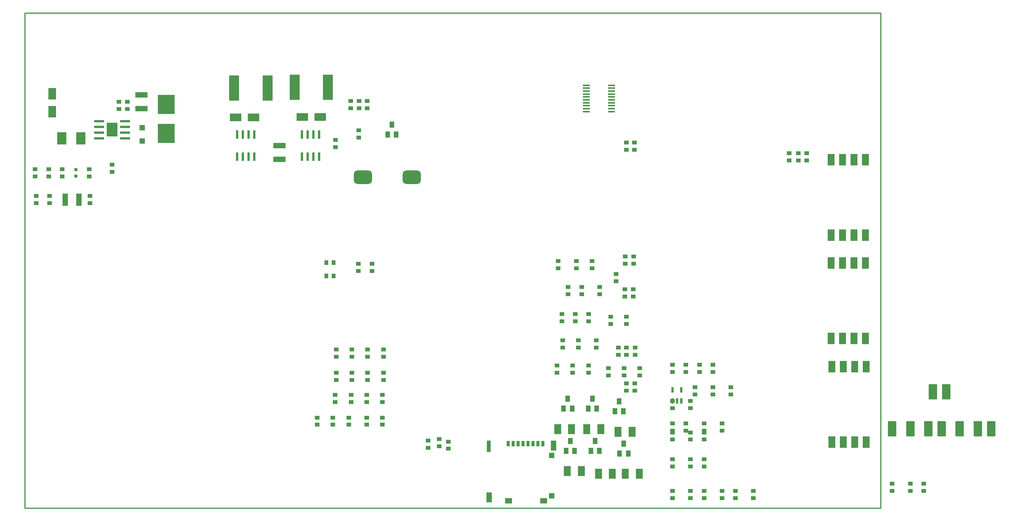
<source format=gtp>
G04*
G04 #@! TF.GenerationSoftware,Altium Limited,Altium Designer,18.1.11 (251)*
G04*
G04 Layer_Color=8421504*
%FSLAX25Y25*%
%MOIN*%
G70*
G01*
G75*
%ADD11C,0.01000*%
G04:AMPARAMS|DCode=20|XSize=135.04mil|YSize=70.08mil|CornerRadius=3.5mil|HoleSize=0mil|Usage=FLASHONLY|Rotation=90.000|XOffset=0mil|YOffset=0mil|HoleType=Round|Shape=RoundedRectangle|*
%AMROUNDEDRECTD20*
21,1,0.13504,0.06307,0,0,90.0*
21,1,0.12803,0.07008,0,0,90.0*
1,1,0.00701,0.03154,0.06402*
1,1,0.00701,0.03154,-0.06402*
1,1,0.00701,-0.03154,-0.06402*
1,1,0.00701,-0.03154,0.06402*
%
%ADD20ROUNDEDRECTD20*%
%ADD21R,0.03937X0.03740*%
G04:AMPARAMS|DCode=22|XSize=157.48mil|YSize=118.11mil|CornerRadius=29.53mil|HoleSize=0mil|Usage=FLASHONLY|Rotation=180.000|XOffset=0mil|YOffset=0mil|HoleType=Round|Shape=RoundedRectangle|*
%AMROUNDEDRECTD22*
21,1,0.15748,0.05906,0,0,180.0*
21,1,0.09843,0.11811,0,0,180.0*
1,1,0.05906,-0.04921,0.02953*
1,1,0.05906,0.04921,0.02953*
1,1,0.05906,0.04921,-0.02953*
1,1,0.05906,-0.04921,-0.02953*
%
%ADD22ROUNDEDRECTD22*%
%ADD23R,0.05906X0.04528*%
%ADD24R,0.04528X0.08661*%
%ADD25R,0.04567X0.04724*%
%ADD26R,0.04567X0.04921*%
%ADD27R,0.03740X0.09843*%
%ADD28R,0.03150X0.04882*%
%ADD29R,0.02362X0.04724*%
%ADD30R,0.09055X0.22047*%
%ADD31R,0.06299X0.01181*%
%ADD32R,0.05906X0.08661*%
%ADD33R,0.03937X0.05512*%
%ADD34R,0.06063X0.10000*%
%ADD35R,0.02200X0.07800*%
%ADD36R,0.09843X0.06693*%
%ADD37R,0.10630X0.04528*%
%ADD38R,0.04724X0.04724*%
%ADD39R,0.08661X0.01968*%
%ADD40R,0.09449X0.12205*%
%ADD41R,0.15000X0.16693*%
%ADD42R,0.07874X0.11024*%
%ADD43R,0.04528X0.10630*%
%ADD44R,0.06693X0.09843*%
%ADD45R,0.03150X0.03150*%
%ADD46R,0.03740X0.03937*%
D11*
X0Y0D02*
X748032D01*
X0D02*
Y433071D01*
X748032D01*
X748032Y0D01*
D20*
X805513Y101575D02*
D03*
X793702D02*
D03*
X844882Y69291D02*
D03*
X833071D02*
D03*
X817323D02*
D03*
X801575D02*
D03*
X789764D02*
D03*
X774016D02*
D03*
X758268D02*
D03*
D21*
X785827Y21260D02*
D03*
X785828Y14960D02*
D03*
X774016Y21260D02*
D03*
X774017Y14960D02*
D03*
X758268Y21260D02*
D03*
X758269Y14960D02*
D03*
X601575Y125197D02*
D03*
X601576Y118897D02*
D03*
X589764Y125197D02*
D03*
X589764Y118897D02*
D03*
X577953Y125197D02*
D03*
X577953Y118897D02*
D03*
X566142Y125197D02*
D03*
X566142Y118897D02*
D03*
X581890Y93701D02*
D03*
X581890Y87401D02*
D03*
X566142Y93701D02*
D03*
X566142Y87401D02*
D03*
X593701Y66142D02*
D03*
X593701Y59842D02*
D03*
X581890Y66142D02*
D03*
X581890Y59842D02*
D03*
X566142Y66142D02*
D03*
X566142Y59842D02*
D03*
X617323Y105512D02*
D03*
X617323Y99212D02*
D03*
X601575Y105512D02*
D03*
X601576Y99212D02*
D03*
X585827Y105512D02*
D03*
X585827Y99212D02*
D03*
X609449Y74016D02*
D03*
X609449Y67716D02*
D03*
X593701Y74016D02*
D03*
X593701Y67716D02*
D03*
X577953Y74016D02*
D03*
X577953Y67716D02*
D03*
X566142Y74016D02*
D03*
X566142Y67716D02*
D03*
X593701Y42520D02*
D03*
X593701Y36220D02*
D03*
X581890Y42520D02*
D03*
X581890Y36220D02*
D03*
X566142Y42520D02*
D03*
X566142Y36220D02*
D03*
X637008Y14961D02*
D03*
X637009Y8661D02*
D03*
X621260Y14961D02*
D03*
X621260Y8661D02*
D03*
X609449Y14961D02*
D03*
X609449Y8661D02*
D03*
X593701Y14961D02*
D03*
X593701Y8661D02*
D03*
X581890Y14961D02*
D03*
X581890Y8661D02*
D03*
X566142Y14961D02*
D03*
X566142Y8661D02*
D03*
X502558Y193164D02*
D03*
X502559Y186864D02*
D03*
X486810Y193164D02*
D03*
X486811Y186864D02*
D03*
X474999Y193164D02*
D03*
X475000Y186864D02*
D03*
X495862Y215998D02*
D03*
X495862Y209699D02*
D03*
X482082Y215998D02*
D03*
X482083Y209699D02*
D03*
X466334Y215998D02*
D03*
X466335Y209699D02*
D03*
X312597Y79134D02*
D03*
X312597Y72834D02*
D03*
X298817Y79134D02*
D03*
X298818Y72834D02*
D03*
X283069Y79134D02*
D03*
X283070Y72834D02*
D03*
X269290Y79134D02*
D03*
X269290Y72834D02*
D03*
X255510Y79134D02*
D03*
X255511Y72834D02*
D03*
X312597Y98819D02*
D03*
X312597Y92519D02*
D03*
X298817Y98819D02*
D03*
X298818Y92519D02*
D03*
X285038Y98819D02*
D03*
X285038Y92519D02*
D03*
X271258Y98819D02*
D03*
X271259Y92519D02*
D03*
X313385Y118307D02*
D03*
X313385Y112007D02*
D03*
X299605Y118307D02*
D03*
X299606Y112007D02*
D03*
X285826Y118307D02*
D03*
X285826Y112007D02*
D03*
X272046Y118307D02*
D03*
X272047Y112007D02*
D03*
X313384Y138582D02*
D03*
X313385Y132283D02*
D03*
X299605Y138582D02*
D03*
X299605Y132283D02*
D03*
X285825Y138582D02*
D03*
X285826Y132283D02*
D03*
X272045Y138582D02*
D03*
X272046Y132283D02*
D03*
X370079Y58124D02*
D03*
X370079Y51825D02*
D03*
X362205Y60289D02*
D03*
X362205Y53990D02*
D03*
X352362Y58912D02*
D03*
X352362Y52612D02*
D03*
X499606Y146707D02*
D03*
X499607Y140407D02*
D03*
X483858Y146707D02*
D03*
X483859Y140407D02*
D03*
X470079Y146707D02*
D03*
X470079Y140407D02*
D03*
X537601Y122297D02*
D03*
X537601Y115997D02*
D03*
X523821Y122297D02*
D03*
X523822Y115997D02*
D03*
X510042Y122297D02*
D03*
X510042Y115997D02*
D03*
X492719Y124659D02*
D03*
X492720Y118359D02*
D03*
X478939Y124659D02*
D03*
X478940Y118359D02*
D03*
X465160Y124659D02*
D03*
X465161Y118359D02*
D03*
X525791Y167180D02*
D03*
X525792Y160880D02*
D03*
X512011Y167180D02*
D03*
X512012Y160880D02*
D03*
X492720Y169542D02*
D03*
X492721Y163242D02*
D03*
X518703Y140408D02*
D03*
X518704Y134108D02*
D03*
X516734Y204725D02*
D03*
X516735Y198425D02*
D03*
X668150Y310379D02*
D03*
X668150Y304079D02*
D03*
X299213Y356004D02*
D03*
X299213Y349705D02*
D03*
X292126Y349705D02*
D03*
X292126Y356004D02*
D03*
X284685Y356004D02*
D03*
X284685Y349705D02*
D03*
X525789Y108911D02*
D03*
X525789Y102612D02*
D03*
X533269Y108911D02*
D03*
X533270Y102612D02*
D03*
X525790Y319489D02*
D03*
X525791Y313189D02*
D03*
X532875Y319489D02*
D03*
X532876Y313189D02*
D03*
X531694Y191339D02*
D03*
X531694Y185039D02*
D03*
X524609Y191339D02*
D03*
X524610Y185039D02*
D03*
X683465Y304080D02*
D03*
X683464Y310379D02*
D03*
X676024Y310379D02*
D03*
X676024Y304079D02*
D03*
X525003Y219882D02*
D03*
X525003Y213583D02*
D03*
X532088Y213583D02*
D03*
X532087Y219882D02*
D03*
X533664Y134108D02*
D03*
X533663Y140408D02*
D03*
X525790Y140408D02*
D03*
X525790Y134108D02*
D03*
X291732Y330397D02*
D03*
X291733Y324098D02*
D03*
X271654Y322047D02*
D03*
X271654Y315748D02*
D03*
X76282Y300394D02*
D03*
X76283Y294094D02*
D03*
X82187Y348996D02*
D03*
X82187Y355296D02*
D03*
X56990Y272835D02*
D03*
X56991Y266535D02*
D03*
X21557Y272835D02*
D03*
X21558Y266535D02*
D03*
X9746Y272835D02*
D03*
X9747Y266535D02*
D03*
X89626Y355295D02*
D03*
X89627Y348996D02*
D03*
X56200Y296260D02*
D03*
X56201Y289960D02*
D03*
X32578Y296260D02*
D03*
X32579Y289960D02*
D03*
X20767Y296260D02*
D03*
X20767Y289960D02*
D03*
X8956Y296260D02*
D03*
X8957Y289960D02*
D03*
X303386Y213583D02*
D03*
X303386Y207283D02*
D03*
X291575Y213583D02*
D03*
X291575Y207283D02*
D03*
X481301Y169542D02*
D03*
X481302Y163242D02*
D03*
X469490Y169542D02*
D03*
X469491Y163242D02*
D03*
D22*
X338189Y289370D02*
D03*
X295669D02*
D03*
D23*
X453484Y6254D02*
D03*
X422854D02*
D03*
D24*
X405905Y9384D02*
D03*
X462165Y54580D02*
D03*
D25*
X460571Y10683D02*
D03*
D26*
Y46116D02*
D03*
D27*
X405512Y53990D02*
D03*
D28*
X452933Y56470D02*
D03*
X448602D02*
D03*
X444272D02*
D03*
X439941D02*
D03*
X435610D02*
D03*
X431280D02*
D03*
X426949D02*
D03*
X422618D02*
D03*
D29*
X566339Y103150D02*
D03*
X573819D02*
D03*
X570079Y93701D02*
D03*
X573819D02*
D03*
X566339D02*
D03*
D30*
X212125Y367323D02*
D03*
X182992D02*
D03*
X264960Y368110D02*
D03*
X235826D02*
D03*
D31*
X512795Y369783D02*
D03*
Y367224D02*
D03*
Y364665D02*
D03*
Y362106D02*
D03*
Y359547D02*
D03*
Y356988D02*
D03*
Y354429D02*
D03*
Y351870D02*
D03*
Y349311D02*
D03*
Y346752D02*
D03*
X490747D02*
D03*
Y349311D02*
D03*
Y351870D02*
D03*
Y354429D02*
D03*
Y356988D02*
D03*
Y359547D02*
D03*
Y362106D02*
D03*
Y364665D02*
D03*
Y367224D02*
D03*
Y369783D02*
D03*
D32*
X537205Y30028D02*
D03*
X525000Y30027D02*
D03*
X513583Y30028D02*
D03*
X501378Y30027D02*
D03*
X486417Y32390D02*
D03*
X474213Y32389D02*
D03*
X530708Y66642D02*
D03*
X518503Y66641D02*
D03*
X503542Y69004D02*
D03*
X491338Y69003D02*
D03*
X477952Y69004D02*
D03*
X465747Y69003D02*
D03*
D33*
X523622Y56352D02*
D03*
X527362Y47691D02*
D03*
X519882D02*
D03*
X498425Y58715D02*
D03*
X502165Y50053D02*
D03*
X494685D02*
D03*
X476772Y58715D02*
D03*
X480512Y50053D02*
D03*
X473032D02*
D03*
X519488Y93413D02*
D03*
X523228Y84752D02*
D03*
X515748D02*
D03*
X496260Y95775D02*
D03*
X500000Y87114D02*
D03*
X492520D02*
D03*
X474606Y95775D02*
D03*
X478346Y87114D02*
D03*
X470866D02*
D03*
X320866Y335295D02*
D03*
X324606Y326634D02*
D03*
X317126D02*
D03*
D34*
X735471Y123646D02*
D03*
X725471D02*
D03*
X715471D02*
D03*
X705471D02*
D03*
Y57662D02*
D03*
X715471D02*
D03*
X725471D02*
D03*
X735471D02*
D03*
X734684Y214197D02*
D03*
X724684D02*
D03*
X714684D02*
D03*
X704684D02*
D03*
Y148213D02*
D03*
X714684D02*
D03*
X724684D02*
D03*
X734684D02*
D03*
Y304748D02*
D03*
X724684D02*
D03*
X714684D02*
D03*
X704684D02*
D03*
Y238764D02*
D03*
X714684D02*
D03*
X724684D02*
D03*
X734684D02*
D03*
D35*
X242105Y307229D02*
D03*
X247105D02*
D03*
X252105D02*
D03*
X257105D02*
D03*
Y326629D02*
D03*
X252105D02*
D03*
X247105D02*
D03*
X242105D02*
D03*
X185610Y307229D02*
D03*
X190610D02*
D03*
X195610D02*
D03*
X200610D02*
D03*
Y326629D02*
D03*
X195610D02*
D03*
X190610D02*
D03*
X185610D02*
D03*
D36*
X258267Y342126D02*
D03*
X242519D02*
D03*
X199763Y341732D02*
D03*
X184015D02*
D03*
D37*
X222637Y316929D02*
D03*
Y305118D02*
D03*
X101872Y361200D02*
D03*
Y349389D02*
D03*
D38*
X102660Y321063D02*
D03*
Y332480D02*
D03*
D39*
X64963Y323465D02*
D03*
X87601D02*
D03*
Y328465D02*
D03*
Y333465D02*
D03*
Y338465D02*
D03*
X64963Y328465D02*
D03*
Y333465D02*
D03*
Y338465D02*
D03*
D40*
X76282Y330965D02*
D03*
D41*
X123661Y327785D02*
D03*
Y352884D02*
D03*
D42*
X48723Y323465D02*
D03*
X32187Y323465D02*
D03*
D43*
X47148Y269685D02*
D03*
X35337D02*
D03*
D44*
X23720Y346634D02*
D03*
Y362382D02*
D03*
D45*
X44389Y296063D02*
D03*
X44390Y290157D02*
D03*
D46*
X263386Y214567D02*
D03*
X269685Y214568D02*
D03*
X263386Y203067D02*
D03*
X269685Y203068D02*
D03*
M02*

</source>
